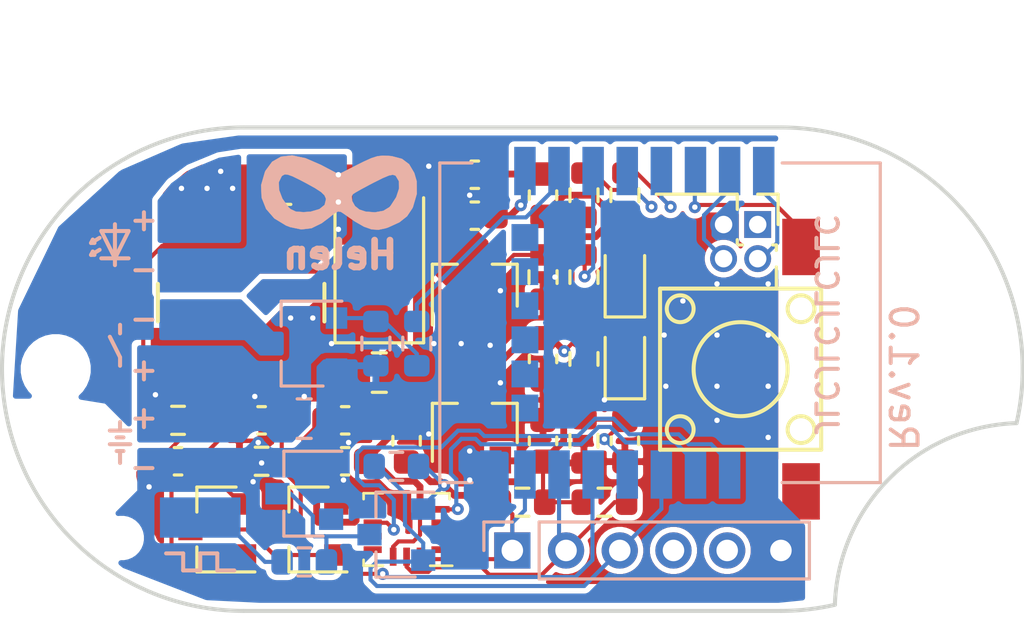
<source format=kicad_pcb>
(kicad_pcb (version 20171130) (host pcbnew 5.1.12-84ad8e8a86~92~ubuntu20.04.1)
  (layers (0 F.Cu signal) (1 In1.Cu power hide) (2 In2.Cu power hide) (31 B.Cu signal) (34 B.Paste user) (35 F.Paste user) (36 B.SilkS user) (37 F.SilkS user) (38 B.Mask user hide) (39 F.Mask user) (44 Edge.Cuts user))
  (net 0 "")
  (net 1 GND)
  (net 2 VCC)
  (net 3 "Net-(D4-Pad2)")
  (net 4 /COM)
  (net 5 /SCL)
  (net 6 /SDA)
  (net 7 "Net-(Q3-Pad1)")
  (net 8 "Net-(U2-Pad11)")
  (net 9 "Net-(U2-Pad10)")
  (net 10 /LED_CURR)
  (net 11 /BMI_INT2)
  (net 12 /BMI_INT1)
  (net 13 /VIN_VOLT)
  (net 14 /STATUS_RED)
  (net 15 /STATUS_BLUE)
  (net 16 /LED_PWM)
  (net 17 /AUX_PWM)
  (net 18 /BUTTON)
  (net 19 "Net-(C1-Pad2)")
  (net 20 "Net-(C2-Pad1)")
  (net 21 "Net-(C3-Pad2)")
  (net 22 "Net-(C3-Pad1)")
  (net 23 "Net-(C6-Pad1)")
  (net 24 "Net-(D3-Pad2)")
  (net 25 "Net-(D5-Pad1)")
  (net 26 "Net-(J6-Pad1)")
  (net 27 "Net-(J7-Pad1)")
  (net 28 "Net-(Q1-Pad1)")
  (net 29 "Net-(U1-Pad11)")
  (net 30 "Net-(U1-Pad10)")
  (net 31 "Net-(U1-Pad3)")
  (net 32 "Net-(U1-Pad2)")
  (net 33 "Net-(U1-Pad1)")
  (net 34 "Net-(U2-Pad15)")
  (net 35 "Net-(U2-Pad14)")
  (net 36 "Net-(U2-Pad13)")
  (net 37 "Net-(U2-Pad12)")
  (net 38 "Net-(D2-Pad3)")
  (net 39 +3V0)
  (net 40 "Net-(J9-Pad4)")
  (net 41 "Net-(J9-Pad2)")
  (module "drv:4(10)pin_ARM_SWD" (layer F.Cu) (at 59.135 144.615 270)
    (fp_text reference J9 hide)
    (fp_text value "4(10)pin_ARM")
    (pad 1 thru_hole rect (at 0 0 270) (size 1 1) (drill 0.65) (layers *.Cu *.Mask) (net 20 "Net-(C2-Pad1)"))
    (pad 2 thru_hole oval (at 1.27 0 270) (size 1 1) (drill 0.65) (layers *.Cu *.Mask) (net 41 "Net-(J9-Pad2)"))
    (pad 3 thru_hole oval (at 0 1.27 270) (size 1 1) (drill 0.65) (layers *.Cu *.Mask) (net 1 GND))
    (pad 4 thru_hole oval (at 1.27 1.27 270) (size 1 1) (drill 0.65) (layers *.Cu *.Mask) (net 40 "Net-(J9-Pad4)"))
  )
  (module drv:R_0603_1608Metric (layer B.Cu) (at 46.444 149.0475 90)
    (fp_text reference R13 hide)
    (fp_text value 10)
    (pad 2 smd roundrect (at 0.825 0 90) (size 0.8 0.95) (layers B.Cu B.Paste B.Mask) (net 17 /AUX_PWM))
    (pad 1 smd roundrect (at -0.825 0 90) (size 0.8 0.95) (layers B.Cu B.Paste B.Mask) (net 7 "Net-(Q3-Pad1)"))
  )
  (module drv:R_0603_1608Metric (layer F.Cu) (at 53.429 154.953)
    (fp_text reference R2 hide)
    (fp_text value 4k7)
    (pad 2 smd roundrect (at 0.825 0) (size 0.8 0.95) (layers F.Cu F.Paste F.Mask) (net 5 /SCL))
    (pad 1 smd roundrect (at -0.825 0) (size 0.8 0.95) (layers F.Cu F.Paste F.Mask) (net 39 +3V0))
  )
  (module drv:R_0603_1608Metric (layer B.Cu) (at 44.92 149.0475 90)
    (fp_text reference R14 hide)
    (fp_text value 47k)
    (pad 2 smd roundrect (at 0.825 0 90) (size 0.8 0.95) (layers B.Cu B.Paste B.Mask) (net 7 "Net-(Q3-Pad1)"))
    (pad 1 smd roundrect (at -0.825 0 90) (size 0.8 0.95) (layers B.Cu B.Paste B.Mask) (net 1 GND))
  )
  (module drv:R_0603_1608Metric (layer F.Cu) (at 52.667 152.667 270)
    (fp_text reference R10 hide)
    (fp_text value 47k)
    (pad 2 smd roundrect (at 0.825 0 270) (size 0.8 0.95) (layers F.Cu F.Paste F.Mask) (net 1 GND))
    (pad 1 smd roundrect (at -0.825 0 270) (size 0.8 0.95) (layers F.Cu F.Paste F.Mask) (net 13 /VIN_VOLT))
  )
  (module drv:R_0603_1608Metric (layer F.Cu) (at 40.6655 153.429)
    (fp_text reference R6 hide)
    (fp_text value 820)
    (pad 2 smd roundrect (at 0.825 0) (size 0.8 0.95) (layers F.Cu F.Paste F.Mask) (net 10 /LED_CURR))
    (pad 1 smd roundrect (at -0.825 0) (size 0.8 0.95) (layers F.Cu F.Paste F.Mask) (net 1 GND))
  )
  (module drv:R_0603_1608Metric (layer F.Cu) (at 51.143 146.571 90)
    (fp_text reference R5 hide)
    (fp_text value 47k)
    (pad 2 smd roundrect (at 0.825 0 90) (size 0.8 0.95) (layers F.Cu F.Paste F.Mask) (net 28 "Net-(Q1-Pad1)"))
    (pad 1 smd roundrect (at -0.825 0 90) (size 0.8 0.95) (layers F.Cu F.Paste F.Mask) (net 1 GND))
  )
  (module drv:R_0603_1608Metric (layer F.Cu) (at 52.667 143.523 90)
    (fp_text reference R4 hide)
    (fp_text value 10)
    (pad 2 smd roundrect (at 0.825 0 90) (size 0.8 0.95) (layers F.Cu F.Paste F.Mask) (net 16 /LED_PWM))
    (pad 1 smd roundrect (at -0.825 0 90) (size 0.8 0.95) (layers F.Cu F.Paste F.Mask) (net 28 "Net-(Q1-Pad1)"))
  )
  (module drv:R_0603_1608Metric (layer F.Cu) (at 52.667 149.619 270)
    (fp_text reference R9 hide)
    (fp_text value 1M)
    (pad 2 smd roundrect (at 0.825 0 270) (size 0.8 0.95) (layers F.Cu F.Paste F.Mask) (net 13 /VIN_VOLT))
    (pad 1 smd roundrect (at -0.825 0 270) (size 0.8 0.95) (layers F.Cu F.Paste F.Mask) (net 2 VCC))
  )
  (module drv:R_0603_1608Metric (layer F.Cu) (at 54.191 143.523 270)
    (fp_text reference R7 hide)
    (fp_text value 120)
    (pad 2 smd roundrect (at 0.825 0 270) (size 0.8 0.95) (layers F.Cu F.Paste F.Mask) (net 24 "Net-(D3-Pad2)"))
    (pad 1 smd roundrect (at -0.825 0 270) (size 0.8 0.95) (layers F.Cu F.Paste F.Mask) (net 15 /STATUS_BLUE))
  )
  (module drv:R_0603_1608Metric (layer F.Cu) (at 52.667 146.571 270)
    (fp_text reference R8 hide)
    (fp_text value 820)
    (pad 2 smd roundrect (at 0.825 0 270) (size 0.8 0.95) (layers F.Cu F.Paste F.Mask) (net 3 "Net-(D4-Pad2)"))
    (pad 1 smd roundrect (at -0.825 0 270) (size 0.8 0.95) (layers F.Cu F.Paste F.Mask) (net 14 /STATUS_RED))
  )
  (module drv:R_0603_1608Metric (layer F.Cu) (at 37.554 151.905 180)
    (fp_text reference R1 hide)
    (fp_text value 1k5)
    (pad 2 smd roundrect (at 0.825 0 180) (size 0.8 0.95) (layers F.Cu F.Paste F.Mask) (net 22 "Net-(C3-Pad1)"))
    (pad 1 smd roundrect (at -0.825 0 180) (size 0.8 0.95) (layers F.Cu F.Paste F.Mask) (net 19 "Net-(C1-Pad2)"))
  )
  (module drv:R_0603_1608Metric (layer B.Cu) (at 42.253 157.1755 180)
    (fp_text reference R12 hide)
    (fp_text value 10)
    (pad 2 smd roundrect (at 0.825 0 180) (size 0.8 0.95) (layers B.Cu B.Paste B.Mask) (net 27 "Net-(J7-Pad1)"))
    (pad 1 smd roundrect (at -0.825 0 180) (size 0.8 0.95) (layers B.Cu B.Paste B.Mask) (net 25 "Net-(D5-Pad1)"))
  )
  (module drv:R_0603_1608Metric (layer B.Cu) (at 45.682 153.6195)
    (fp_text reference R11 hide)
    (fp_text value 4k7)
    (pad 2 smd roundrect (at 0.825 0) (size 0.8 0.95) (layers B.Cu B.Paste B.Mask) (net 39 +3V0))
    (pad 1 smd roundrect (at -0.825 0) (size 0.8 0.95) (layers B.Cu B.Paste B.Mask) (net 4 /COM))
  )
  (module drv:R_0603_1608Metric (layer F.Cu) (at 50.381 154.953 180)
    (fp_text reference R3 hide)
    (fp_text value 4k7)
    (pad 2 smd roundrect (at 0.825 0 180) (size 0.8 0.95) (layers F.Cu F.Paste F.Mask) (net 6 /SDA))
    (pad 1 smd roundrect (at -0.825 0 180) (size 0.8 0.95) (layers F.Cu F.Paste F.Mask) (net 39 +3V0))
  )
  (module drv:LED_0603_1608Metric (layer F.Cu) (at 54.191 146.571 90)
    (fp_text reference D3 hide)
    (fp_text value LED_BLUE)
    (pad 2 smd roundrect (at 0.7875 0 90) (size 0.875 0.95) (layers F.Cu F.Paste F.Mask) (net 24 "Net-(D3-Pad2)"))
    (pad 1 smd roundrect (at -0.7875 0 90) (size 0.875 0.95) (layers F.Cu F.Paste F.Mask) (net 1 GND))
  )
  (module drv:LED_0603_1608Metric (layer F.Cu) (at 54.191 149.619 90)
    (fp_text reference D4 hide)
    (fp_text value LED_RED)
    (pad 2 smd roundrect (at 0.7875 0 90) (size 0.875 0.95) (layers F.Cu F.Paste F.Mask) (net 3 "Net-(D4-Pad2)"))
    (pad 1 smd roundrect (at -0.7875 0 90) (size 0.875 0.95) (layers F.Cu F.Paste F.Mask) (net 1 GND))
  )
  (module drv:C_0603_1608Metric (layer F.Cu) (at 48.603 142.761 180)
    (fp_text reference C2 hide)
    (fp_text value 4µ7/16V)
    (pad 2 smd roundrect (at 0.775 0 180) (size 0.9 0.95) (layers F.Cu F.Paste F.Mask) (net 1 GND))
    (pad 1 smd roundrect (at -0.775 0 180) (size 0.9 0.95) (layers F.Cu F.Paste F.Mask) (net 20 "Net-(C2-Pad1)"))
  )
  (module drv:C_0603_1608Metric (layer F.Cu) (at 43.777 151.905)
    (fp_text reference C6 hide)
    (fp_text value 100n)
    (pad 2 smd roundrect (at 0.775 0) (size 0.9 0.95) (layers F.Cu F.Paste F.Mask) (net 1 GND))
    (pad 1 smd roundrect (at -0.775 0) (size 0.9 0.95) (layers F.Cu F.Paste F.Mask) (net 23 "Net-(C6-Pad1)"))
  )
  (module drv:C_0603_1608Metric (layer F.Cu) (at 54.191 152.667 270)
    (fp_text reference C11 hide)
    (fp_text value 100n)
    (pad 2 smd roundrect (at 0.775 0 270) (size 0.9 0.95) (layers F.Cu F.Paste F.Mask) (net 1 GND))
    (pad 1 smd roundrect (at -0.775 0 270) (size 0.9 0.95) (layers F.Cu F.Paste F.Mask) (net 13 /VIN_VOLT))
  )
  (module drv:C_0603_1608Metric (layer F.Cu) (at 40.6655 151.905 180)
    (fp_text reference C8 hide)
    (fp_text value 100n)
    (pad 2 smd roundrect (at 0.775 0 180) (size 0.9 0.95) (layers F.Cu F.Paste F.Mask) (net 1 GND))
    (pad 1 smd roundrect (at -0.775 0 180) (size 0.9 0.95) (layers F.Cu F.Paste F.Mask) (net 10 /LED_CURR))
  )
  (module drv:C_0603_1608Metric (layer F.Cu) (at 37.554 153.429 180)
    (fp_text reference C1 hide)
    (fp_text value 100n)
    (pad 2 smd roundrect (at 0.775 0 180) (size 0.9 0.95) (layers F.Cu F.Paste F.Mask) (net 19 "Net-(C1-Pad2)"))
    (pad 1 smd roundrect (at -0.775 0 180) (size 0.9 0.95) (layers F.Cu F.Paste F.Mask) (net 2 VCC))
  )
  (module drv:C_0603_1608Metric (layer F.Cu) (at 48.603 144.285 180)
    (fp_text reference C4 hide)
    (fp_text value 100n)
    (pad 2 smd roundrect (at 0.775 0 180) (size 0.9 0.95) (layers F.Cu F.Paste F.Mask) (net 1 GND))
    (pad 1 smd roundrect (at -0.775 0 180) (size 0.9 0.95) (layers F.Cu F.Paste F.Mask) (net 20 "Net-(C2-Pad1)"))
  )
  (module drv:C_0603_1608Metric (layer F.Cu) (at 43.777 153.429 180)
    (fp_text reference C7 hide)
    (fp_text value 100n)
    (pad 2 smd roundrect (at 0.775 0 180) (size 0.9 0.95) (layers F.Cu F.Paste F.Mask) (net 1 GND))
    (pad 1 smd roundrect (at -0.775 0 180) (size 0.9 0.95) (layers F.Cu F.Paste F.Mask) (net 23 "Net-(C6-Pad1)"))
  )
  (module drv:C_0603_1608Metric (layer F.Cu) (at 51.143 152.667 90)
    (fp_text reference C10 hide)
    (fp_text value 4µ7/16V)
    (pad 2 smd roundrect (at 0.775 0 90) (size 0.9 0.95) (layers F.Cu F.Paste F.Mask) (net 1 GND))
    (pad 1 smd roundrect (at -0.775 0 90) (size 0.9 0.95) (layers F.Cu F.Paste F.Mask) (net 39 +3V0))
  )
  (module drv:C_0603_1608Metric (layer F.Cu) (at 51.143 149.619 270)
    (fp_text reference C9 hide)
    (fp_text value 4µ7/16V)
    (pad 2 smd roundrect (at 0.775 0 270) (size 0.9 0.95) (layers F.Cu F.Paste F.Mask) (net 1 GND))
    (pad 1 smd roundrect (at -0.775 0 270) (size 0.9 0.95) (layers F.Cu F.Paste F.Mask) (net 2 VCC))
  )
  (module drv:ToolingHole (layer F.Cu) (at 35.4585 156.2865)
    (fp_text reference REF** hide)
    (fp_text value ToolingHole hide)
    (pad "" np_thru_hole circle (at 0 0) (size 1.152 1.152) (drill 1.152) (layers *.Cu *.Mask) (clearance 0.249))
  )
  (module drv:ToolingHole (layer F.Cu) (at 64.5415 143.7135)
    (fp_text reference REF** hide)
    (fp_text value ToolingHole hide)
    (pad "" np_thru_hole circle (at 0 0) (size 1.152 1.152) (drill 1.152) (layers *.Cu *.Mask) (clearance 0.249))
  )
  (module drv:SWPA6045S (layer F.Cu) (at 39.9035 147.5235 90)
    (fp_text reference L1 hide)
    (fp_text value 3µ-18)
    (pad 1 smd rect (at -2.25 0 90) (size 1.7 5.7) (layers F.Cu F.Paste F.Mask) (net 2 VCC))
    (pad 2 smd rect (at 2.25 0 90) (size 1.7 5.7) (layers F.Cu F.Paste F.Mask) (net 22 "Net-(C3-Pad1)"))
  )
  (module rt_modules:E104-BT5032A (layer B.Cu) (at 55.499 148.2725 90)
    (fp_text reference U2 hide)
    (fp_text value E104-BT5032A)
    (pad 15 smd rect (at 3.175 -5.03) (size 1 1) (layers B.Cu B.Paste B.Mask) (net 34 "Net-(U2-Pad15)"))
    (pad 14 smd rect (at 1.905 -5.03) (size 1 1) (layers B.Cu B.Paste B.Mask) (net 35 "Net-(U2-Pad14)"))
    (pad 13 smd rect (at 0.635 -5.03) (size 1 1) (layers B.Cu B.Paste B.Mask) (net 36 "Net-(U2-Pad13)"))
    (pad 12 smd rect (at -0.635 -5.03) (size 1 1) (layers B.Cu B.Paste B.Mask) (net 37 "Net-(U2-Pad12)"))
    (pad 11 smd rect (at -1.905 -5.03) (size 1 1) (layers B.Cu B.Paste B.Mask) (net 8 "Net-(U2-Pad11)"))
    (pad 10 smd rect (at -3.175 -5.03) (size 1 1) (layers B.Cu B.Paste B.Mask) (net 9 "Net-(U2-Pad10)"))
    (pad 24 smd rect (at 5.65 3.86) (size 0.8 1.8) (layers B.Cu B.Paste B.Mask) (net 41 "Net-(J9-Pad2)"))
    (pad 23 smd rect (at 5.65 2.59) (size 0.8 1.8) (layers B.Cu B.Paste B.Mask) (net 40 "Net-(J9-Pad4)"))
    (pad 22 smd rect (at 5.65 1.32) (size 0.8 1.8) (layers B.Cu B.Paste B.Mask) (net 18 /BUTTON))
    (pad 21 smd rect (at 5.65 0.05) (size 0.8 1.8) (layers B.Cu B.Paste B.Mask) (net 15 /STATUS_BLUE))
    (pad 20 smd rect (at 5.65 -1.22) (size 0.8 1.8) (layers B.Cu B.Paste B.Mask) (net 16 /LED_PWM))
    (pad 19 smd rect (at 5.65 -2.49) (size 0.8 1.8) (layers B.Cu B.Paste B.Mask) (net 14 /STATUS_RED))
    (pad 18 smd rect (at 5.65 -3.76) (size 0.8 1.8) (layers B.Cu B.Paste B.Mask) (net 17 /AUX_PWM))
    (pad 17 smd rect (at 5.65 -5.03) (size 0.8 1.8) (layers B.Cu B.Paste B.Mask) (net 20 "Net-(C2-Pad1)"))
    (pad 16 smd rect (at 5.65 -6.3) (size 0.8 1.8) (layers B.Cu B.Paste B.Mask) (net 1 GND))
    (pad 9 smd rect (at -5.65 -6.3) (size 0.8 1.8) (layers B.Cu B.Paste B.Mask) (net 1 GND))
    (pad 8 smd rect (at -5.65 -5.03) (size 0.8 1.8) (layers B.Cu B.Paste B.Mask) (net 6 /SDA))
    (pad 7 smd rect (at -5.65 -3.76) (size 0.8 1.8) (layers B.Cu B.Paste B.Mask) (net 5 /SCL))
    (pad 6 smd rect (at -5.65 -2.49) (size 0.8 1.8) (layers B.Cu B.Paste B.Mask) (net 10 /LED_CURR))
    (pad 5 smd rect (at -5.65 -1.22) (size 0.8 1.8) (layers B.Cu B.Paste B.Mask) (net 13 /VIN_VOLT))
    (pad 4 smd rect (at -5.65 0.05) (size 0.8 1.8) (layers B.Cu B.Paste B.Mask) (net 4 /COM))
    (pad 3 smd rect (at -5.65 1.32) (size 0.8 1.8) (layers B.Cu B.Paste B.Mask) (net 12 /BMI_INT1))
    (pad 2 smd rect (at -5.65 2.59) (size 0.8 1.8) (layers B.Cu B.Paste B.Mask) (net 11 /BMI_INT2))
    (pad 1 smd rect (at -5.65 3.86) (size 0.8 1.8) (layers B.Cu B.Paste B.Mask) (net 1 GND))
  )
  (module Package_TO_SOT_SMD:SOT-23 (layer F.Cu) (at 42.4435 155.969 180)
    (fp_text reference D2 hide)
    (fp_text value BAV99)
    (pad 3 smd rect (at 1 0 180) (size 0.9 0.8) (layers F.Cu F.Paste F.Mask) (net 38 "Net-(D2-Pad3)"))
    (pad 2 smd rect (at -1 0.95 180) (size 0.9 0.8) (layers F.Cu F.Paste F.Mask) (net 1 GND))
    (pad 1 smd rect (at -1 -0.95 180) (size 0.9 0.8) (layers F.Cu F.Paste F.Mask) (net 10 /LED_CURR))
  )
  (module drv:SOT-23_MCP1703 (layer F.Cu) (at 48.603 152.032 90)
    (fp_text reference U4 hide)
    (fp_text value SE8530X2-HF)
    (pad 3 smd rect (at 1.35 0 90) (size 1 0.8) (layers F.Cu F.Paste F.Mask) (net 2 VCC))
    (pad 2 smd rect (at -1.35 0.95 90) (size 1 0.8) (layers F.Cu F.Paste F.Mask) (net 39 +3V0))
    (pad 1 smd rect (at -1.35 -0.95 90) (size 1 0.8) (layers F.Cu F.Paste F.Mask) (net 1 GND))
  )
  (module drv:SOT-23_AO3400A (layer F.Cu) (at 48.603 146.952 90)
    (fp_text reference Q1 hide)
    (fp_text value AO3400A)
    (pad 3 smd rect (at 1.2 0 90) (size 0.9 0.8) (layers F.Cu F.Paste F.Mask) (net 21 "Net-(C3-Pad2)"))
    (pad 2 smd rect (at -1.2 0.95 90) (size 0.9 0.8) (layers F.Cu F.Paste F.Mask) (net 1 GND))
    (pad 1 smd rect (at -1.2 -0.95 90) (size 0.9 0.8) (layers F.Cu F.Paste F.Mask) (net 28 "Net-(Q1-Pad1)"))
  )
  (module drv:logo (layer B.Cu) (at 43.5865 143.396 180)
    (fp_text reference G*** hide)
    (fp_text value LOGO hide)
  )
  (module rt_button:JTP-1138EM (layer F.Cu) (at 58.5 150 270)
    (fp_text reference SW1 hide)
    (fp_text value SW_Push)
    (pad 2 smd rect (at -4.55 -2.25 270) (size 2.1 1.4) (layers F.Cu F.Paste F.Mask) (net 18 /BUTTON))
    (pad "" smd rect (at 4.55 -2.25 270) (size 2.1 1.4) (layers F.Cu F.Paste F.Mask))
    (pad 1 smd rect (at 4.55 2.25 270) (size 2.1 1.4) (layers F.Cu F.Paste F.Mask) (net 1 GND))
    (pad 1 smd rect (at -4.55 2.25 270) (size 2.1 1.4) (layers F.Cu F.Paste F.Mask) (net 1 GND))
  )
  (module Diode_SMD:D_SOT-23_ANK (layer B.Cu) (at 42.253 154.6355 180)
    (fp_text reference D5 hide)
    (fp_text value 5v6)
    (pad 1 smd rect (at 1 0 180) (size 0.9 0.8) (layers B.Cu B.Paste B.Mask) (net 25 "Net-(D5-Pad1)"))
    (pad "" smd rect (at -1 -0.95 180) (size 0.9 0.8) (layers B.Cu B.Paste B.Mask))
    (pad 2 smd rect (at -1 0.95 180) (size 0.9 0.8) (layers B.Cu B.Paste B.Mask) (net 1 GND))
  )
  (module Package_TO_SOT_SMD:SOT-23 (layer B.Cu) (at 45.682 156.1595 180)
    (fp_text reference Q2 hide)
    (fp_text value 2N7002)
    (pad 3 smd rect (at 1 0 180) (size 0.9 0.8) (layers B.Cu B.Paste B.Mask) (net 25 "Net-(D5-Pad1)"))
    (pad 2 smd rect (at -1 -0.95 180) (size 0.9 0.8) (layers B.Cu B.Paste B.Mask) (net 4 /COM))
    (pad 1 smd rect (at -1 0.95 180) (size 0.9 0.8) (layers B.Cu B.Paste B.Mask) (net 39 +3V0))
  )
  (module Inductor_SMD:L_0603_1608Metric (layer F.Cu) (at 46.063 152.667 90)
    (fp_text reference FB2 hide)
    (fp_text value Ferrite_Bead_Small)
    (pad 2 smd roundrect (at 0.7875 0 90) (size 0.875 0.95) (layers F.Cu F.Paste F.Mask) (net 23 "Net-(C6-Pad1)"))
    (pad 1 smd roundrect (at -0.7875 0 90) (size 0.875 0.95) (layers F.Cu F.Paste F.Mask) (net 39 +3V0))
  )
  (module drv:SOT-23_AO3400A (layer B.Cu) (at 42.253 149.0475 180)
    (fp_text reference Q3 hide)
    (fp_text value AO3400A)
    (pad 3 smd rect (at 1.2 0 180) (size 0.8 0.8) (layers B.Cu B.Paste B.Mask) (net 26 "Net-(J6-Pad1)"))
    (pad 2 smd rect (at -1.2 -0.95 180) (size 0.8 0.8) (layers B.Cu B.Paste B.Mask) (net 1 GND))
    (pad 1 smd rect (at -1.2 0.95 180) (size 0.8 0.8) (layers B.Cu B.Paste B.Mask) (net 7 "Net-(Q3-Pad1)"))
  )
  (module rt_pins:1,5x3mm_SMD (layer B.Cu) (at 38.3795 148.1585 90)
    (fp_text reference J6 hide)
    (fp_text value Conn_01x01)
    (pad 1 smd rect (at 0 0 90) (size 1.5 3) (layers B.Cu B.Paste B.Mask) (net 26 "Net-(J6-Pad1)"))
  )
  (module rt_pins:1,5x3mm_SMD (layer B.Cu) (at 38.3795 150 90)
    (fp_text reference J4 hide)
    (fp_text value Conn_01x01)
    (pad 1 smd rect (at 0 0 90) (size 1.5 3) (layers B.Cu B.Paste B.Mask) (net 2 VCC))
  )
  (module Capacitor_SMD:C_0805_2012Metric (layer B.Cu) (at 42.2505 151.8415)
    (fp_text reference C12 hide)
    (fp_text value 10u/25V)
    (pad 2 smd roundrect (at 0.95 0) (size 1 1.45) (layers B.Cu B.Paste B.Mask) (net 1 GND))
    (pad 1 smd roundrect (at -0.95 0) (size 1 1.45) (layers B.Cu B.Paste B.Mask) (net 2 VCC))
  )
  (module rt_pins:1,5x3mm_SMD (layer B.Cu) (at 38.3795 146.317 90)
    (fp_text reference J2 hide)
    (fp_text value Conn_01x01)
    (pad 1 smd rect (at 0 0 90) (size 1.5 3) (layers B.Cu B.Paste B.Mask) (net 21 "Net-(C3-Pad2)"))
  )
  (module rt_pins:1,5x3mm_SMD (layer B.Cu) (at 38.3795 144.4755 90)
    (fp_text reference J1 hide)
    (fp_text value Conn_01x01)
    (pad 1 smd rect (at 0 0 90) (size 1.5 3) (layers B.Cu B.Paste B.Mask) (net 22 "Net-(C3-Pad1)"))
  )
  (module Connector_PinHeader_2.00mm:PinHeader_1x06_P2.00mm_Vertical (layer B.Cu) (at 50 156.75 270)
    (fp_text reference J3 hide)
    (fp_text value Conn_01x06 hide)
    (pad 6 thru_hole oval (at 0 -10 270) (size 1.35 1.35) (drill 0.8) (layers *.Cu *.Mask) (net 1 GND))
    (pad 5 thru_hole oval (at 0 -8 270) (size 1.35 1.35) (drill 0.8) (layers *.Cu *.Mask) (net 2 VCC))
    (pad 4 thru_hole oval (at 0 -6 270) (size 1.35 1.35) (drill 0.8) (layers *.Cu *.Mask) (net 39 +3V0))
    (pad 3 thru_hole oval (at 0 -4 270) (size 1.35 1.35) (drill 0.8) (layers *.Cu *.Mask) (net 4 /COM))
    (pad 2 thru_hole oval (at 0 -2 270) (size 1.35 1.35) (drill 0.8) (layers *.Cu *.Mask) (net 5 /SCL))
    (pad 1 thru_hole rect (at 0 0 270) (size 1.35 1.35) (drill 0.8) (layers *.Cu *.Mask) (net 6 /SDA))
  )
  (module Package_TO_SOT_SMD:SOT-23 (layer F.Cu) (at 39.0145 155.969 180)
    (fp_text reference U3 hide)
    (fp_text value ZXCT1009F)
    (pad 3 smd rect (at 1 0 180) (size 0.9 0.8) (layers F.Cu F.Paste F.Mask) (net 10 /LED_CURR))
    (pad 2 smd rect (at -1 0.95 180) (size 0.9 0.8) (layers F.Cu F.Paste F.Mask) (net 2 VCC))
    (pad 1 smd rect (at -1 -0.95 180) (size 0.9 0.8) (layers F.Cu F.Paste F.Mask) (net 19 "Net-(C1-Pad2)"))
  )
  (module Package_LGA:Bosch_LGA-14_3x2.5mm_P0.5mm (layer F.Cu) (at 46.063 155.969 180)
    (fp_text reference U1 hide)
    (fp_text value BMI160)
    (pad 11 smd rect (at 1.2625 -0.75 180) (size 0.675 0.25) (layers F.Cu F.Paste F.Mask) (net 29 "Net-(U1-Pad11)"))
    (pad 10 smd rect (at 1.2625 -0.25 180) (size 0.675 0.25) (layers F.Cu F.Paste F.Mask) (net 30 "Net-(U1-Pad10)"))
    (pad 9 smd rect (at 1.2625 0.25 180) (size 0.675 0.25) (layers F.Cu F.Paste F.Mask) (net 11 /BMI_INT2))
    (pad 8 smd rect (at 1.2625 0.75 180) (size 0.675 0.25) (layers F.Cu F.Paste F.Mask) (net 23 "Net-(C6-Pad1)"))
    (pad 4 smd rect (at -1.2625 0.75 180) (size 0.675 0.25) (layers F.Cu F.Paste F.Mask) (net 12 /BMI_INT1))
    (pad 3 smd rect (at -1.2625 0.25 180) (size 0.675 0.25) (layers F.Cu F.Paste F.Mask) (net 31 "Net-(U1-Pad3)"))
    (pad 2 smd rect (at -1.2625 -0.25 180) (size 0.675 0.25) (layers F.Cu F.Paste F.Mask) (net 32 "Net-(U1-Pad2)"))
    (pad 1 smd rect (at -1.2625 -0.75 180) (size 0.675 0.25) (layers F.Cu F.Paste F.Mask) (net 33 "Net-(U1-Pad1)"))
    (pad 7 smd rect (at 0.5 1.0125 180) (size 0.25 0.675) (layers F.Cu F.Paste F.Mask) (net 1 GND))
    (pad 6 smd rect (at 0 1.0125 180) (size 0.25 0.675) (layers F.Cu F.Paste F.Mask) (net 1 GND))
    (pad 5 smd rect (at -0.5 1.0125 180) (size 0.25 0.675) (layers F.Cu F.Paste F.Mask) (net 23 "Net-(C6-Pad1)"))
    (pad 12 smd rect (at 0.5 -1.0125 180) (size 0.25 0.675) (layers F.Cu F.Paste F.Mask) (net 23 "Net-(C6-Pad1)"))
    (pad 14 smd rect (at -0.5 -1.0125 180) (size 0.25 0.675) (layers F.Cu F.Paste F.Mask) (net 6 /SDA))
    (pad 13 smd rect (at 0 -1.0125 180) (size 0.25 0.675) (layers F.Cu F.Paste F.Mask) (net 5 /SCL))
  )
  (module rt_pins:1,5x3mm_SMD (layer B.Cu) (at 38.3795 153.683 90)
    (fp_text reference J8 hide)
    (fp_text value Conn_01x01)
    (pad 1 smd rect (at 0 0 90) (size 1.5 3) (layers B.Cu B.Paste B.Mask) (net 1 GND))
  )
  (module rt_pins:1,5x3mm_SMD (layer B.Cu) (at 38.3795 155.5245 90)
    (fp_text reference J7 hide)
    (fp_text value Conn_01x01)
    (pad 1 smd rect (at 0 0 90) (size 1.5 3) (layers B.Cu B.Paste B.Mask) (net 27 "Net-(J7-Pad1)"))
  )
  (module rt_pins:1,5x3mm_SMD (layer B.Cu) (at 38.3795 151.8415 90)
    (fp_text reference J5 hide)
    (fp_text value Conn_01x01)
    (pad 1 smd rect (at 0 0 90) (size 1.5 3) (layers B.Cu B.Paste B.Mask) (net 2 VCC))
  )
  (module Inductor_SMD:L_0603_1608Metric (layer F.Cu) (at 51.143 143.523 90)
    (fp_text reference FB1 hide)
    (fp_text value Ferrite_Bead_Small)
    (pad 2 smd roundrect (at 0.7875 0 90) (size 0.875 0.95) (layers F.Cu F.Paste F.Mask) (net 20 "Net-(C2-Pad1)"))
    (pad 1 smd roundrect (at -0.7875 0 90) (size 0.875 0.95) (layers F.Cu F.Paste F.Mask) (net 39 +3V0))
  )
  (module Diode_SMD:D_SMA (layer F.Cu) (at 45.047 145.6185 90)
    (fp_text reference D1 hide)
    (fp_text value SS34)
    (pad 2 smd rect (at 2 0 90) (size 2.5 1.8) (layers F.Cu F.Paste F.Mask) (net 21 "Net-(C3-Pad2)"))
    (pad 1 smd rect (at -2 0 90) (size 2.5 1.8) (layers F.Cu F.Paste F.Mask) (net 2 VCC))
  )
  (module Capacitor_SMD:C_0805_2012Metric (layer F.Cu) (at 41.491 143.129)
    (fp_text reference C3 hide)
    (fp_text value 10u/25V)
    (pad 2 smd roundrect (at 0.95 0) (size 1 1.45) (layers F.Cu F.Paste F.Mask) (net 21 "Net-(C3-Pad2)"))
    (pad 1 smd roundrect (at -0.95 0) (size 1 1.45) (layers F.Cu F.Paste F.Mask) (net 22 "Net-(C3-Pad1)"))
  )
  (module Capacitor_SMD:C_0805_2012Metric (layer F.Cu) (at 45.047 150.127)
    (fp_text reference C5 hide)
    (fp_text value 10u/25V)
    (pad 2 smd roundrect (at 0.95 0) (size 1 1.45) (layers F.Cu F.Paste F.Mask) (net 1 GND))
    (pad 1 smd roundrect (at -0.95 0) (size 1 1.45) (layers F.Cu F.Paste F.Mask) (net 2 VCC))
  )
  (module Mounting_Holes:MountingHole_2.2mm_M2 (layer B.Cu) (at 66.25 146.5)
    (fp_text reference REF** hide)
    (fp_text value MountingHole_2.2mm_M2 hide)
    (pad "" np_thru_hole circle (at 0 0) (size 2.2 2.2) (drill 2.2) (layers *.Cu *.Mask))
  )
  (module Mounting_Holes:MountingHole_2.2mm_M2 (layer F.Cu) (at 33 150)
    (fp_text reference REF** hide)
    (fp_text value MountingHole_2.2mm_M2 hide)
    (pad "" np_thru_hole circle (at 0 0) (size 2.2 2.2) (drill 2.2) (layers *.Cu *.Mask))
  )
  (module Mounting_Holes:MountingHole_2.2mm_M2 (layer B.Cu) (at 33.75 153.5)
    (fp_text reference REF** hide)
    (fp_text value MountingHole_2.2mm_M2 hide)
    (pad "" np_thru_hole circle (at 0 0) (size 2.2 2.2) (drill 2.2) (layers *.Cu *.Mask))
  )
  (module Mounting_Holes:MountingHole_2.2mm_M2 (layer F.Cu) (at 67 150)
    (fp_text reference REF** hide)
    (fp_text value MountingHole_2.2mm_M2 hide)
    (pad "" np_thru_hole circle (at 0 0) (size 2.2 2.2) (drill 2.2) (layers *.Cu *.Mask))
  )
  (gr_text JLCJLCJLCJLC (at 61.684 148.349 270) (layer B.SilkS) (effects (font (size 0.8 0.8)) (justify mirror)))
  (gr_text Rev.1.0 (at 64.5415 150.3175 270) (layer B.SilkS) (effects (font (size 1 1)) (justify mirror)))
  (gr_text Helen (at 43.5865 145.7455) (layer B.SilkS) (effects (font (size 1 1) (thickness 0.25)) (justify mirror)))
  (gr_line (start 38.3795 156.858) (end 38.3795 157.493) (layer B.SilkS) (width 0.15))
  (gr_line (start 39.0145 156.858) (end 39.0145 157.493) (layer B.SilkS) (width 0.15))
  (gr_line (start 38.3795 157.493) (end 37.7445 157.493) (layer B.SilkS) (width 0.15))
  (gr_line (start 39.6495 157.493) (end 39.0145 157.493) (layer B.SilkS) (width 0.15))
  (gr_line (start 37.7445 156.858) (end 37.7445 157.493) (layer B.SilkS) (width 0.15))
  (gr_line (start 39.0145 156.858) (end 38.3795 156.858) (layer B.SilkS) (width 0.15))
  (gr_line (start 37.7445 156.858) (end 37.1095 156.858) (layer B.SilkS) (width 0.15))
  (gr_line (start 35.395 153.4925) (end 35.395 153.175) (layer B.SilkS) (width 0.15))
  (gr_line (start 35.395 153.175) (end 35.395 153.048) (layer B.SilkS) (width 0.15))
  (gr_line (start 36.6015 151.8415) (end 35.9665 151.8415) (layer B.SilkS) (width 0.15))
  (gr_line (start 35.395 151.9685) (end 35.395 152.286) (layer B.SilkS) (width 0.15))
  (gr_line (start 35.522 152.54) (end 35.268 152.54) (layer B.SilkS) (width 0.15))
  (gr_line (start 35.776 152.794) (end 35.014 152.794) (layer B.SilkS) (width 0.15))
  (gr_line (start 35.776 152.286) (end 35.014 152.286) (layer B.SilkS) (width 0.15))
  (gr_line (start 36.284 151.524) (end 36.284 152.159) (layer B.SilkS) (width 0.15))
  (gr_line (start 36.6015 153.683) (end 35.9665 153.683) (layer B.SilkS) (width 0.15))
  (gr_line (start 35.522 153.048) (end 35.268 153.048) (layer B.SilkS) (width 0.15))
  (gr_line (start 35.395 149.873) (end 35.395 149.5555) (layer B.SilkS) (width 0.15))
  (gr_line (start 36.6015 148.1585) (end 35.9665 148.1585) (layer B.SilkS) (width 0.15))
  (gr_line (start 35.395 148.349) (end 35.395 148.6665) (layer B.SilkS) (width 0.15))
  (gr_line (start 36.284 149.746) (end 36.284 150.381) (layer B.SilkS) (width 0.15))
  (gr_line (start 35.395 149.5555) (end 35.014 148.7935) (layer B.SilkS) (width 0.15))
  (gr_line (start 36.6015 150.0635) (end 35.9665 150.0635) (layer B.SilkS) (width 0.15))
  (gr_line (start 35.7125 144.8565) (end 35.2045 145.8725) (layer B.SilkS) (width 0.15))
  (gr_line (start 36.6015 144.4755) (end 35.9665 144.4755) (layer B.SilkS) (width 0.15))
  (gr_line (start 35.7125 144.8565) (end 34.6965 144.8565) (layer B.SilkS) (width 0.15))
  (gr_line (start 34.3155 145.7455) (end 34.4425 145.7455) (layer B.SilkS) (width 0.15))
  (gr_line (start 36.284 144.158) (end 36.284 144.793) (layer B.SilkS) (width 0.15))
  (gr_line (start 35.7125 145.8725) (end 34.6965 145.8725) (layer B.SilkS) (width 0.15))
  (gr_line (start 34.633 145.1105) (end 34.3155 145.301) (layer B.SilkS) (width 0.15))
  (gr_line (start 36.6015 146.317) (end 35.9665 146.317) (layer B.SilkS) (width 0.15))
  (gr_line (start 34.3155 145.301) (end 34.4425 145.301) (layer B.SilkS) (width 0.15))
  (gr_line (start 34.633 145.555) (end 34.3155 145.7455) (layer B.SilkS) (width 0.15))
  (gr_line (start 34.3155 145.301) (end 34.379 145.174) (layer B.SilkS) (width 0.15))
  (gr_line (start 34.6965 144.8565) (end 35.2045 145.8725) (layer B.SilkS) (width 0.15))
  (gr_line (start 35.2045 144.6025) (end 35.2045 146.1265) (layer B.SilkS) (width 0.15))
  (gr_line (start 34.3155 145.7455) (end 34.379 145.6185) (layer B.SilkS) (width 0.15))
  (gr_arc (start 40 150) (end 40 159) (angle 180) (layer Edge.Cuts) (width 0.15))
  (gr_arc (start 60 150) (end 60 141) (angle 102.9) (layer Edge.Cuts) (width 0.15))
  (gr_line (start 40 141) (end 60 141) (angle 90) (layer Edge.Cuts) (width 0.15))
  (gr_line (start 40 159) (end 60 159) (angle 90) (layer Edge.Cuts) (width 0.15))
  (gr_arc (start 69 159) (end 62.009252 158.772852) (angle 86.27790908) (layer Edge.Cuts) (width 0.15))
  (gr_arc (start 60 150) (end 60 159) (angle -12.9) (layer Edge.Cuts) (width 0.15))
  (via (at 47.079 149.0475) (size 0.45) (drill 0.2) (layers F.Cu B.Cu) (net 1))
  (via (at 49.5555 147.079) (size 0.45) (drill 0.2) (layers F.Cu B.Cu) (net 1))
  (via (at 48.4125 143.523) (size 0.45) (drill 0.2) (layers F.Cu B.Cu) (net 1))
  (via (at 46.8885 142.4435) (size 0.45) (drill 0.2) (layers F.Cu B.Cu) (net 1))
  (via (at 51.5875 146.571) (size 0.45) (drill 0.2) (layers F.Cu B.Cu) (net 1))
  (segment (start 54.191 150.4065) (end 54.191 150.381) (width 0.1524) (layer F.Cu) (net 1))
  (via (at 43.904 152.7305) (size 0.45) (drill 0.2) (layers F.Cu B.Cu) (net 1))
  (segment (start 44.552 151.905) (end 44.552 152.0825) (width 0.1524) (layer F.Cu) (net 1))
  (via (at 59.525 152.54) (size 0.45) (drill 0.2) (layers F.Cu B.Cu) (net 1))
  (via (at 59.525 150.635) (size 0.45) (drill 0.2) (layers F.Cu B.Cu) (net 1))
  (via (at 59.525 148.73) (size 0.45) (drill 0.2) (layers F.Cu B.Cu) (net 1))
  (via (at 59.525 146.825) (size 0.45) (drill 0.2) (layers F.Cu B.Cu) (net 1))
  (via (at 57.62 146.825) (size 0.45) (drill 0.2) (layers F.Cu B.Cu) (net 1))
  (via (at 57.62 148.73) (size 0.45) (drill 0.2) (layers F.Cu B.Cu) (net 1))
  (via (at 57.62 150.635) (size 0.45) (drill 0.2) (layers F.Cu B.Cu) (net 1))
  (via (at 57.62 151.905) (size 0.45) (drill 0.2) (layers F.Cu B.Cu) (net 1))
  (via (at 55.715 150.635) (size 0.45) (drill 0.2) (layers F.Cu B.Cu) (net 1))
  (via (at 55.6515 148.73) (size 0.45) (drill 0.2) (layers F.Cu B.Cu) (net 1))
  (via (at 56.35 147.46) (size 0.45) (drill 0.2) (layers F.Cu B.Cu) (net 1))
  (via (at 43.7135 154.1275) (size 0.45) (drill 0.2) (layers F.Cu B.Cu) (net 1))
  (via (at 48.4125 154.1275) (size 0.45) (drill 0.2) (layers F.Cu B.Cu) (net 1))
  (via (at 48.4125 153.048) (size 0.45) (drill 0.2) (layers F.Cu B.Cu) (net 1))
  (via (at 46.8885 152.413) (size 0.45) (drill 0.2) (layers F.Cu B.Cu) (net 1))
  (via (at 48.095 149.0475) (size 0.45) (drill 0.2) (layers F.Cu B.Cu) (net 1))
  (via (at 49.1745 149.111) (size 0.45) (drill 0.2) (layers F.Cu B.Cu) (net 1))
  (via (at 49.5555 150.508) (size 0.45) (drill 0.2) (layers F.Cu B.Cu) (net 1))
  (via (at 53.429 151.143) (size 0.45) (drill 0.2) (layers F.Cu B.Cu) (net 1))
  (segment (start 54.191 150.4065) (end 54.1655 150.4065) (width 0.1524) (layer F.Cu) (net 1))
  (segment (start 38.3795 153.683) (end 37.1095 153.683) (width 0.1524) (layer B.Cu) (net 1))
  (via (at 36.4745 154.3815) (size 0.45) (drill 0.2) (layers F.Cu B.Cu) (net 1))
  (via (at 40.348 154.191) (size 0.45) (drill 0.2) (layers F.Cu B.Cu) (net 1))
  (via (at 40.5385 152.7305) (size 0.45) (drill 0.2) (layers F.Cu B.Cu) (net 1))
  (via (at 40.6655 153.4925) (size 0.45) (drill 0.2) (layers F.Cu B.Cu) (net 1))
  (segment (start 39.116 150.3725) (end 39.878 149.6105) (width 0.1524) (layer F.Cu) (net 2))
  (segment (start 39.116 152.6035) (end 39.116 150.3725) (width 0.1524) (layer F.Cu) (net 2))
  (segment (start 39.989 155.006) (end 39.8935 155.006) (width 0.1524) (layer F.Cu) (net 2))
  (segment (start 52.667 148.794) (end 52.472989 148.794) (width 0.1524) (layer F.Cu) (net 2))
  (segment (start 39.8935 155.006) (end 38.3035 153.416) (width 0.1524) (layer F.Cu) (net 2))
  (segment (start 38.3035 153.416) (end 39.116 152.6035) (width 0.1524) (layer F.Cu) (net 2))
  (segment (start 38.3795 150) (end 37.6011 150) (width 0.1524) (layer B.Cu) (net 2))
  (via (at 42.253 151.016) (size 0.45) (drill 0.2) (layers F.Cu B.Cu) (net 2))
  (segment (start 41.4275 151.8415) (end 42.253 151.016) (width 0.1524) (layer B.Cu) (net 2))
  (segment (start 41.3005 151.8415) (end 41.4275 151.8415) (width 0.1524) (layer B.Cu) (net 2))
  (segment (start 41.3005 151.8415) (end 41.1735 151.8415) (width 0.1524) (layer B.Cu) (net 2))
  (via (at 36.7121 150.9525) (size 0.45) (drill 0.2) (layers F.Cu B.Cu) (net 2))
  (segment (start 37.6011 151.8415) (end 36.7121 150.9525) (width 0.1524) (layer B.Cu) (net 2))
  (segment (start 38.3795 151.8415) (end 37.6011 151.8415) (width 0.1524) (layer B.Cu) (net 2))
  (segment (start 42.693 149.6235) (end 43.269 149.0475) (width 0.1524) (layer F.Cu) (net 2))
  (via (at 43.269 149.0475) (size 0.45) (drill 0.2) (layers F.Cu B.Cu) (net 2))
  (segment (start 39.9035 149.6235) (end 42.693 149.6235) (width 0.1524) (layer F.Cu) (net 2))
  (via (at 42.5705 148.095) (size 0.45) (drill 0.2) (layers F.Cu B.Cu) (net 2))
  (segment (start 41.042 149.6235) (end 42.5705 148.095) (width 0.1524) (layer F.Cu) (net 2))
  (segment (start 39.9035 149.6235) (end 41.042 149.6235) (width 0.1524) (layer F.Cu) (net 2))
  (via (at 41.745 148.095) (size 0.45) (drill 0.2) (layers F.Cu B.Cu) (net 2))
  (segment (start 42.5705 148.095) (end 41.745 148.095) (width 0.1524) (layer B.Cu) (net 2))
  (via (at 40.4115 151.016) (size 0.45) (drill 0.2) (layers F.Cu B.Cu) (net 2))
  (segment (start 39.9035 150.508) (end 40.4115 151.016) (width 0.1524) (layer F.Cu) (net 2))
  (segment (start 39.9035 149.6235) (end 39.9035 150.508) (width 0.1524) (layer F.Cu) (net 2))
  (segment (start 51.143 148.844) (end 51.449833 148.844) (width 0.254) (layer F.Cu) (net 2))
  (segment (start 52.472989 148.794) (end 51.936411 149.330578) (width 0.1524) (layer F.Cu) (net 2))
  (segment (start 51.449833 148.844) (end 51.936411 149.330578) (width 0.254) (layer F.Cu) (net 2))
  (via (at 51.936411 149.330578) (size 0.45) (drill 0.2) (layers F.Cu B.Cu) (net 2))
  (segment (start 48.603 150.682) (end 48.603 150.635) (width 0.254) (layer F.Cu) (net 2))
  (segment (start 48.603 150.635) (end 48.857 150.635) (width 0.254) (layer F.Cu) (net 2))
  (segment (start 48.6195 150.682) (end 48.603 150.682) (width 0.254) (layer F.Cu) (net 2))
  (segment (start 50.4575 148.844) (end 48.6195 150.682) (width 0.254) (layer F.Cu) (net 2))
  (segment (start 51.143 148.844) (end 50.4575 148.844) (width 0.254) (layer F.Cu) (net 2))
  (segment (start 52.924898 147.396) (end 52.667 147.396) (width 0.1524) (layer F.Cu) (net 3))
  (segment (start 54.191 148.662102) (end 52.924898 147.396) (width 0.1524) (layer F.Cu) (net 3))
  (segment (start 54.191 148.8315) (end 54.191 148.662102) (width 0.1524) (layer F.Cu) (net 3))
  (segment (start 44.9835 153.6195) (end 46.003399 154.639399) (width 0.1524) (layer B.Cu) (net 4))
  (segment (start 44.857 153.6195) (end 44.9835 153.6195) (width 0.1524) (layer B.Cu) (net 4))
  (segment (start 46.682 156.470982) (end 46.682 157.1095) (width 0.1524) (layer B.Cu) (net 4))
  (segment (start 46.003399 155.792381) (end 46.682 156.470982) (width 0.1524) (layer B.Cu) (net 4))
  (segment (start 46.003399 154.639399) (end 46.003399 155.792381) (width 0.1524) (layer B.Cu) (net 4))
  (segment (start 46.625101 157.166399) (end 46.682 157.1095) (width 0.1524) (layer B.Cu) (net 4))
  (segment (start 44.956271 157.166399) (end 46.625101 157.166399) (width 0.1524) (layer B.Cu) (net 4))
  (segment (start 44.720399 157.402271) (end 44.956271 157.166399) (width 0.1524) (layer B.Cu) (net 4))
  (segment (start 44.720399 157.837729) (end 44.720399 157.402271) (width 0.1524) (layer B.Cu) (net 4))
  (segment (start 52.676399 158.073601) (end 44.956271 158.073601) (width 0.1524) (layer B.Cu) (net 4))
  (segment (start 44.956271 158.073601) (end 44.720399 157.837729) (width 0.1524) (layer B.Cu) (net 4))
  (segment (start 54 156.75) (end 52.676399 158.073601) (width 0.1524) (layer B.Cu) (net 4))
  (segment (start 55.549 155.201) (end 55.549 153.9225) (width 0.1524) (layer B.Cu) (net 4))
  (segment (start 54 156.75) (end 55.549 155.201) (width 0.1524) (layer B.Cu) (net 4))
  (segment (start 52 156.75) (end 52.013 156.75) (width 0.1524) (layer F.Cu) (net 5))
  (segment (start 53.81 154.953) (end 54.254 154.953) (width 0.1524) (layer F.Cu) (net 5))
  (segment (start 52.013 156.75) (end 53.81 154.953) (width 0.1524) (layer F.Cu) (net 5))
  (segment (start 51.096399 157.653601) (end 52 156.75) (width 0.1524) (layer F.Cu) (net 5))
  (segment (start 51.739 156.489) (end 52 156.75) (width 0.1524) (layer B.Cu) (net 5))
  (segment (start 51.739 153.9225) (end 51.739 156.489) (width 0.1524) (layer B.Cu) (net 5))
  (segment (start 49.142119 157.653601) (end 48.865929 157.377411) (width 0.1524) (layer F.Cu) (net 5))
  (segment (start 51.096399 157.653601) (end 49.142119 157.653601) (width 0.1524) (layer F.Cu) (net 5))
  (segment (start 48.865929 157.377411) (end 47.004089 157.377411) (width 0.1524) (layer F.Cu) (net 5))
  (segment (start 46.063 157.355482) (end 46.063 156.9815) (width 0.1524) (layer F.Cu) (net 5))
  (segment (start 46.255119 157.547601) (end 46.063 157.355482) (width 0.1524) (layer F.Cu) (net 5))
  (segment (start 46.870881 157.547601) (end 46.255119 157.547601) (width 0.1524) (layer F.Cu) (net 5))
  (segment (start 47.004089 157.414393) (end 46.870881 157.547601) (width 0.1524) (layer F.Cu) (net 5))
  (segment (start 47.004089 157.377411) (end 47.004089 157.414393) (width 0.1524) (layer F.Cu) (net 5))
  (segment (start 50 155.397) (end 50 156.75) (width 0.1524) (layer F.Cu) (net 6))
  (segment (start 49.556 154.953) (end 50 155.397) (width 0.1524) (layer F.Cu) (net 6))
  (segment (start 49.677399 157.072601) (end 50 156.75) (width 0.1524) (layer F.Cu) (net 6))
  (segment (start 46.654101 157.072601) (end 49.677399 157.072601) (width 0.1524) (layer F.Cu) (net 6))
  (segment (start 46.563 156.9815) (end 46.654101 157.072601) (width 0.1524) (layer F.Cu) (net 6))
  (segment (start 50.469 153.9225) (end 50.469 155.246) (width 0.1524) (layer B.Cu) (net 6))
  (segment (start 50 155.715) (end 50 156.75) (width 0.1524) (layer B.Cu) (net 6))
  (segment (start 50.469 155.246) (end 50 155.715) (width 0.1524) (layer B.Cu) (net 6))
  (segment (start 44.795 148.0975) (end 44.92 148.2225) (width 0.1524) (layer B.Cu) (net 7))
  (segment (start 43.453 148.0975) (end 44.795 148.0975) (width 0.1524) (layer B.Cu) (net 7))
  (segment (start 46.444 149.8725) (end 46.444 149.4285) (width 0.1524) (layer B.Cu) (net 7))
  (segment (start 45.238 148.2225) (end 44.92 148.2225) (width 0.1524) (layer B.Cu) (net 7))
  (segment (start 46.444 149.4285) (end 45.238 148.2225) (width 0.1524) (layer B.Cu) (net 7))
  (segment (start 41.415 153.366) (end 41.465 153.416) (width 0.1524) (layer F.Cu) (net 10))
  (segment (start 41.415 151.892) (end 41.415 153.366) (width 0.1524) (layer F.Cu) (net 10))
  (segment (start 41.465 153.416) (end 41.465 153.452068) (width 0.1524) (layer F.Cu) (net 10))
  (segment (start 41.4905 153.429) (end 41.4905 153.746) (width 0.1524) (layer F.Cu) (net 10))
  (segment (start 41.558982 153.873) (end 42.122101 154.436119) (width 0.1524) (layer F.Cu) (net 10))
  (via (at 45.174 157.62) (size 0.45) (drill 0.2) (layers F.Cu B.Cu) (net 10))
  (segment (start 52.9845 153.947) (end 53.009 153.9225) (width 0.1524) (layer B.Cu) (net 10))
  (segment (start 52.9845 157.10283) (end 52.9845 153.947) (width 0.1524) (layer B.Cu) (net 10))
  (segment (start 52.349229 157.738101) (end 52.9845 157.10283) (width 0.1524) (layer B.Cu) (net 10))
  (segment (start 45.292101 157.738101) (end 52.349229 157.738101) (width 0.1524) (layer B.Cu) (net 10))
  (segment (start 45.174 157.62) (end 45.292101 157.738101) (width 0.1524) (layer B.Cu) (net 10))
  (segment (start 40.325982 155.969) (end 38.0145 155.969) (width 0.1524) (layer F.Cu) (net 10))
  (segment (start 40.693101 156.336119) (end 40.325982 155.969) (width 0.1524) (layer F.Cu) (net 10))
  (segment (start 40.693101 156.480083) (end 40.693101 156.336119) (width 0.1524) (layer F.Cu) (net 10))
  (segment (start 41.132018 156.919) (end 40.693101 156.480083) (width 0.1524) (layer F.Cu) (net 10))
  (segment (start 42.122101 156.854101) (end 42.187 156.919) (width 0.1524) (layer F.Cu) (net 10))
  (segment (start 42.187 156.919) (end 41.132018 156.919) (width 0.1524) (layer F.Cu) (net 10))
  (segment (start 42.122101 154.436119) (end 42.122101 156.854101) (width 0.1524) (layer F.Cu) (net 10))
  (segment (start 43.4435 156.919) (end 42.187 156.919) (width 0.1524) (layer F.Cu) (net 10))
  (segment (start 44.1445 157.62) (end 43.4435 156.919) (width 0.1524) (layer F.Cu) (net 10))
  (segment (start 45.174 157.62) (end 44.1445 157.62) (width 0.1524) (layer F.Cu) (net 10))
  (via (at 45.588 155.974582) (size 0.45) (drill 0.2) (layers F.Cu B.Cu) (net 11))
  (segment (start 45.332418 155.719) (end 45.588 155.974582) (width 0.1524) (layer F.Cu) (net 11))
  (segment (start 44.8005 155.719) (end 45.332418 155.719) (width 0.1524) (layer F.Cu) (net 11))
  (segment (start 58.089 153.481018) (end 58.089 153.9225) (width 0.1524) (layer B.Cu) (net 11))
  (segment (start 54.353586 152.42569) (end 56.194739 152.425691) (width 0.1524) (layer B.Cu) (net 11))
  (segment (start 45.588 155.974582) (end 45.588 154.86411) (width 0.1524) (layer B.Cu) (net 11))
  (segment (start 45.047 154.32311) (end 44.479462 154.32311) (width 0.1524) (layer B.Cu) (net 11))
  (segment (start 57.401881 152.793899) (end 58.089 153.481018) (width 0.1524) (layer B.Cu) (net 11))
  (segment (start 45.588 154.86411) (end 45.047 154.32311) (width 0.1524) (layer B.Cu) (net 11))
  (segment (start 48.955985 152.489089) (end 52.441015 152.489089) (width 0.1524) (layer B.Cu) (net 11))
  (segment (start 53.085015 151.845089) (end 53.772985 151.845089) (width 0.1524) (layer B.Cu) (net 11))
  (segment (start 44.479462 154.32311) (end 44.2215 154.065148) (width 0.1524) (layer B.Cu) (net 11))
  (segment (start 47.977845 152.289589) (end 48.756486 152.28959) (width 0.1524) (layer B.Cu) (net 11))
  (segment (start 44.2215 154.065148) (end 44.2215 153.133052) (width 0.1524) (layer B.Cu) (net 11))
  (segment (start 56.194739 152.425691) (end 56.562947 152.793899) (width 0.1524) (layer B.Cu) (net 11))
  (segment (start 44.2215 153.133052) (end 44.438662 152.91589) (width 0.1524) (layer B.Cu) (net 11))
  (segment (start 44.438662 152.91589) (end 47.351544 152.91589) (width 0.1524) (layer B.Cu) (net 11))
  (segment (start 56.562947 152.793899) (end 57.401881 152.793899) (width 0.1524) (layer B.Cu) (net 11))
  (segment (start 48.756486 152.28959) (end 48.955985 152.489089) (width 0.1524) (layer B.Cu) (net 11))
  (segment (start 53.772985 151.845089) (end 54.353586 152.42569) (width 0.1524) (layer B.Cu) (net 11))
  (segment (start 47.351544 152.91589) (end 47.977845 152.289589) (width 0.1524) (layer B.Cu) (net 11))
  (segment (start 52.441015 152.489089) (end 53.085015 151.845089) (width 0.1524) (layer B.Cu) (net 11))
  (segment (start 47.3255 155.219) (end 47.6385 155.219) (width 0.1524) (layer F.Cu) (net 12))
  (segment (start 47.956 155.219) (end 47.968 155.207) (width 0.1524) (layer F.Cu) (net 12))
  (via (at 47.968 155.207) (size 0.45) (drill 0.2) (layers F.Cu B.Cu) (net 12))
  (segment (start 47.3255 155.219) (end 47.956 155.219) (width 0.1524) (layer F.Cu) (net 12))
  (segment (start 47.968 155.207) (end 48.0315 155.1435) (width 0.1524) (layer B.Cu) (net 12))
  (segment (start 47.913601 155.152601) (end 47.968 155.207) (width 0.1524) (layer B.Cu) (net 12))
  (segment (start 56.819 153.9225) (end 56.819 153.481018) (width 0.1524) (layer B.Cu) (net 12))
  (segment (start 56.819 153.481018) (end 56.068482 152.7305) (width 0.1524) (layer B.Cu) (net 12))
  (segment (start 47.714 152.9845) (end 47.714 153.90067) (width 0.1524) (layer B.Cu) (net 12))
  (segment (start 54.22733 152.7305) (end 53.646729 152.149899) (width 0.1524) (layer B.Cu) (net 12))
  (segment (start 53.211271 152.149899) (end 52.567271 152.793899) (width 0.1524) (layer B.Cu) (net 12))
  (segment (start 52.567271 152.793899) (end 48.829729 152.793899) (width 0.1524) (layer B.Cu) (net 12))
  (segment (start 48.829729 152.793899) (end 48.630229 152.594399) (width 0.1524) (layer B.Cu) (net 12))
  (segment (start 56.068482 152.7305) (end 54.22733 152.7305) (width 0.1524) (layer B.Cu) (net 12))
  (segment (start 47.913601 154.100271) (end 47.913601 155.152601) (width 0.1524) (layer B.Cu) (net 12))
  (segment (start 48.630229 152.594399) (end 48.104101 152.594399) (width 0.1524) (layer B.Cu) (net 12))
  (segment (start 53.646729 152.149899) (end 53.211271 152.149899) (width 0.1524) (layer B.Cu) (net 12))
  (segment (start 48.104101 152.594399) (end 47.714 152.9845) (width 0.1524) (layer B.Cu) (net 12))
  (segment (start 47.714 153.90067) (end 47.913601 154.100271) (width 0.1524) (layer B.Cu) (net 12))
  (segment (start 52.6415 150.431) (end 52.6415 151.829) (width 0.1524) (layer F.Cu) (net 13))
  (segment (start 54.1655 151.879) (end 52.6915 151.879) (width 0.1524) (layer F.Cu) (net 13))
  (via (at 53.429 152.6035) (size 0.45) (drill 0.2) (layers F.Cu B.Cu) (net 13))
  (segment (start 54.279 153.4535) (end 53.429 152.6035) (width 0.1524) (layer B.Cu) (net 13))
  (segment (start 54.279 153.9225) (end 54.279 153.4535) (width 0.1524) (layer B.Cu) (net 13))
  (segment (start 53.4795 152.6035) (end 54.191 151.892) (width 0.1524) (layer F.Cu) (net 13))
  (segment (start 53.429 152.6035) (end 53.4795 152.6035) (width 0.1524) (layer F.Cu) (net 13))
  (via (at 52.6924 146.5456) (size 0.45) (drill 0.2) (layers F.Cu B.Cu) (net 14))
  (segment (start 53.009 146.229) (end 52.6924 146.5456) (width 0.1524) (layer B.Cu) (net 14))
  (segment (start 53.009 142.6225) (end 53.009 146.229) (width 0.1524) (layer B.Cu) (net 14))
  (segment (start 52.6924 145.7714) (end 52.667 145.746) (width 0.1524) (layer F.Cu) (net 14))
  (segment (start 52.6924 146.5456) (end 52.6924 145.7714) (width 0.1524) (layer F.Cu) (net 14))
  (via (at 55.8928 143.9548) (size 0.45) (drill 0.2) (layers F.Cu B.Cu) (net 15))
  (segment (start 54.636 142.698) (end 55.8928 143.9548) (width 0.1524) (layer F.Cu) (net 15))
  (segment (start 54.191 142.698) (end 54.636 142.698) (width 0.1524) (layer F.Cu) (net 15))
  (segment (start 55.549 143.611) (end 55.549 142.6225) (width 0.1524) (layer B.Cu) (net 15))
  (segment (start 55.8928 143.9548) (end 55.549 143.611) (width 0.1524) (layer B.Cu) (net 15))
  (segment (start 52.667 142.698) (end 53.0485 142.698) (width 0.1524) (layer F.Cu) (net 16))
  (segment (start 53.0485 142.698) (end 53.67711 143.32661) (width 0.1524) (layer F.Cu) (net 16))
  (via (at 55.1816 143.9548) (size 0.45) (drill 0.2) (layers F.Cu B.Cu) (net 16))
  (segment (start 54.55341 143.32661) (end 55.1816 143.9548) (width 0.1524) (layer F.Cu) (net 16))
  (segment (start 53.67711 143.32661) (end 54.55341 143.32661) (width 0.1524) (layer F.Cu) (net 16))
  (segment (start 54.279 143.0522) (end 54.279 142.6225) (width 0.1524) (layer B.Cu) (net 16))
  (segment (start 55.1816 143.9548) (end 54.279 143.0522) (width 0.1524) (layer B.Cu) (net 16))
  (segment (start 46.444 148.2225) (end 46.444 147.587) (width 0.1524) (layer B.Cu) (net 17))
  (segment (start 46.444 147.587) (end 49.6825 144.3485) (width 0.1524) (layer B.Cu) (net 17))
  (segment (start 51.739 143.118763) (end 51.739 142.6225) (width 0.1524) (layer B.Cu) (net 17))
  (segment (start 50.509263 144.3485) (end 51.739 143.118763) (width 0.1524) (layer B.Cu) (net 17))
  (segment (start 49.6825 144.3485) (end 50.509263 144.3485) (width 0.1524) (layer B.Cu) (net 17))
  (segment (start 60.75 144.818518) (end 59.817881 143.886399) (width 0.1524) (layer F.Cu) (net 18))
  (segment (start 60.75 145.45) (end 60.75 144.818518) (width 0.1524) (layer F.Cu) (net 18))
  (via (at 56.794467 143.967218) (size 0.45) (drill 0.2) (layers F.Cu B.Cu) (net 18))
  (segment (start 56.875286 143.886399) (end 56.794467 143.967218) (width 0.1524) (layer F.Cu) (net 18))
  (segment (start 59.817881 143.886399) (end 56.875286 143.886399) (width 0.1524) (layer F.Cu) (net 18))
  (segment (start 56.794467 142.647033) (end 56.819 142.6225) (width 0.1524) (layer B.Cu) (net 18))
  (segment (start 56.794467 143.967218) (end 56.794467 142.647033) (width 0.1524) (layer B.Cu) (net 18))
  (segment (start 36.8295 153.416) (end 38.3535 151.892) (width 0.1524) (layer F.Cu) (net 19))
  (segment (start 36.7535 153.416) (end 36.8295 153.416) (width 0.1524) (layer F.Cu) (net 19))
  (segment (start 37.310399 153.960399) (end 36.779 153.429) (width 0.1524) (layer F.Cu) (net 19))
  (segment (start 37.381619 156.597601) (end 37.310399 156.526381) (width 0.1524) (layer F.Cu) (net 19))
  (segment (start 37.310399 156.526381) (end 37.310399 153.960399) (width 0.1524) (layer F.Cu) (net 19))
  (segment (start 39.693101 156.597601) (end 37.381619 156.597601) (width 0.1524) (layer F.Cu) (net 19))
  (segment (start 40.0145 156.919) (end 39.693101 156.597601) (width 0.1524) (layer F.Cu) (net 19))
  (segment (start 49.4035 142.7355) (end 49.378 142.761) (width 0.254) (layer F.Cu) (net 20))
  (segment (start 51.143 142.7355) (end 49.4035 142.7355) (width 0.254) (layer F.Cu) (net 20))
  (segment (start 49.378 144.285) (end 49.378 142.761) (width 0.254) (layer F.Cu) (net 20))
  (via (at 50.314887 143.8949) (size 0.45) (drill 0.2) (layers F.Cu B.Cu) (net 20))
  (segment (start 49.924787 144.285) (end 50.314887 143.8949) (width 0.254) (layer F.Cu) (net 20))
  (segment (start 49.378 144.285) (end 49.924787 144.285) (width 0.254) (layer F.Cu) (net 20))
  (segment (start 50.314887 143.8949) (end 50.4445 143.765287) (width 0.254) (layer B.Cu) (net 20))
  (segment (start 50.4445 142.647) (end 50.469 142.6225) (width 0.254) (layer B.Cu) (net 20))
  (segment (start 50.4445 143.765287) (end 50.4445 142.647) (width 0.254) (layer B.Cu) (net 20))
  (via (at 43.523 142.761) (size 0.45) (drill 0.2) (layers F.Cu B.Cu) (net 21))
  (segment (start 43.155 143.129) (end 43.523 142.761) (width 0.1524) (layer F.Cu) (net 21))
  (segment (start 42.441 143.129) (end 43.155 143.129) (width 0.1524) (layer F.Cu) (net 21))
  (via (at 43.523 143.777) (size 0.45) (drill 0.2) (layers F.Cu B.Cu) (net 21))
  (segment (start 43.523 142.761) (end 43.523 143.777) (width 0.1524) (layer B.Cu) (net 21))
  (via (at 43.523 144.793) (size 0.45) (drill 0.2) (layers F.Cu B.Cu) (net 21))
  (segment (start 43.523 143.777) (end 43.523 144.793) (width 0.1524) (layer F.Cu) (net 21))
  (segment (start 36.9615 145.4105) (end 36.2585 146.1135) (width 0.1524) (layer F.Cu) (net 22))
  (segment (start 36.2585 146.1135) (end 36.2585 151.447) (width 0.1524) (layer F.Cu) (net 22))
  (segment (start 36.2585 151.447) (end 36.7035 151.892) (width 0.1524) (layer F.Cu) (net 22))
  (segment (start 39.878 145.4105) (end 36.9615 145.4105) (width 0.1524) (layer F.Cu) (net 22))
  (via (at 39.586 143.269) (size 0.45) (drill 0.2) (layers F.Cu B.Cu) (net 22))
  (via (at 37.681 143.269) (size 0.45) (drill 0.2) (layers F.Cu B.Cu) (net 22))
  (via (at 38.6335 143.269) (size 0.45) (drill 0.2) (layers F.Cu B.Cu) (net 22))
  (via (at 39.1415 142.634) (size 0.45) (drill 0.2) (layers F.Cu B.Cu) (net 22))
  (segment (start 44.5265 153.416) (end 44.5265 153.3775) (width 0.1524) (layer F.Cu) (net 23))
  (segment (start 46.563 154.3735) (end 46.36091 154.17141) (width 0.254) (layer F.Cu) (net 23))
  (segment (start 46.563 154.9565) (end 46.563 154.3735) (width 0.254) (layer F.Cu) (net 23))
  (segment (start 44.857994 153.429) (end 44.552 153.429) (width 0.254) (layer F.Cu) (net 23))
  (segment (start 45.600404 154.17141) (end 44.857994 153.429) (width 0.254) (layer F.Cu) (net 23))
  (segment (start 46.36091 154.17141) (end 45.600404 154.17141) (width 0.254) (layer F.Cu) (net 23))
  (segment (start 44.552 153.3905) (end 46.063 151.8795) (width 0.254) (layer F.Cu) (net 23))
  (segment (start 44.552 153.429) (end 44.552 153.3905) (width 0.254) (layer F.Cu) (net 23))
  (segment (start 43.75641 151.15059) (end 43.002 151.905) (width 0.254) (layer F.Cu) (net 23))
  (segment (start 45.33409 151.15059) (end 43.75641 151.15059) (width 0.254) (layer F.Cu) (net 23))
  (segment (start 46.063 151.8795) (end 45.33409 151.15059) (width 0.254) (layer F.Cu) (net 23))
  (segment (start 45.563 156.607518) (end 45.757018 156.4135) (width 0.1524) (layer F.Cu) (net 23))
  (segment (start 45.563 156.9815) (end 45.563 156.607518) (width 0.1524) (layer F.Cu) (net 23))
  (segment (start 45.757018 156.4135) (end 46.317 156.4135) (width 0.1524) (layer F.Cu) (net 23))
  (segment (start 46.563 156.1675) (end 46.563 154.9565) (width 0.1524) (layer F.Cu) (net 23))
  (segment (start 46.317 156.4135) (end 46.563 156.1675) (width 0.1524) (layer F.Cu) (net 23))
  (segment (start 44.335078 155.219) (end 44.8005 155.219) (width 0.254) (layer F.Cu) (net 23))
  (segment (start 44.183599 155.631823) (end 44.183599 155.370479) (width 0.254) (layer F.Cu) (net 23))
  (segment (start 44.183599 155.370479) (end 44.335078 155.219) (width 0.254) (layer F.Cu) (net 23))
  (segment (start 44.117021 155.698401) (end 44.183599 155.631823) (width 0.254) (layer F.Cu) (net 23))
  (segment (start 42.769979 155.698401) (end 44.117021 155.698401) (width 0.254) (layer F.Cu) (net 23))
  (segment (start 42.714099 155.642521) (end 42.769979 155.698401) (width 0.254) (layer F.Cu) (net 23))
  (segment (start 42.714099 154.525209) (end 42.714099 155.642521) (width 0.254) (layer F.Cu) (net 23))
  (segment (start 42.27259 154.0837) (end 42.714099 154.525209) (width 0.254) (layer F.Cu) (net 23))
  (segment (start 42.27259 152.63441) (end 42.27259 154.0837) (width 0.254) (layer F.Cu) (net 23))
  (segment (start 43.002 151.905) (end 42.27259 152.63441) (width 0.254) (layer F.Cu) (net 23))
  (segment (start 54.1655 144.335) (end 54.1655 145.7705) (width 0.1524) (layer F.Cu) (net 24))
  (segment (start 41.253 154.9055) (end 41.253 154.6355) (width 0.1524) (layer B.Cu) (net 25))
  (segment (start 44.682 156.1595) (end 44.6185 156.223) (width 0.1524) (layer B.Cu) (net 25))
  (segment (start 42.629018 156.223) (end 42.5705 156.164482) (width 0.1524) (layer B.Cu) (net 25))
  (segment (start 42.5705 156.164482) (end 42.5705 155.461) (width 0.1524) (layer B.Cu) (net 25))
  (segment (start 41.745 154.6355) (end 41.253 154.6355) (width 0.1524) (layer B.Cu) (net 25))
  (segment (start 42.5705 155.461) (end 41.745 154.6355) (width 0.1524) (layer B.Cu) (net 25))
  (segment (start 43.078 156.286) (end 43.015 156.223) (width 0.1524) (layer B.Cu) (net 25))
  (segment (start 43.078 157.1755) (end 43.078 156.286) (width 0.1524) (layer B.Cu) (net 25))
  (segment (start 43.015 156.223) (end 42.629018 156.223) (width 0.1524) (layer B.Cu) (net 25))
  (segment (start 44.6185 156.223) (end 43.015 156.223) (width 0.1524) (layer B.Cu) (net 25))
  (segment (start 38.3795 155.5245) (end 39.1415 155.5245) (width 0.1524) (layer B.Cu) (net 27))
  (segment (start 40.7925 157.1755) (end 41.428 157.1755) (width 0.1524) (layer B.Cu) (net 27))
  (segment (start 39.1415 155.5245) (end 40.7925 157.1755) (width 0.1524) (layer B.Cu) (net 27))
  (segment (start 51.143 145.746) (end 51.269 145.746) (width 0.1524) (layer F.Cu) (net 28))
  (segment (start 52.409102 144.348) (end 52.667 144.348) (width 0.1524) (layer F.Cu) (net 28))
  (segment (start 51.143 145.614102) (end 52.409102 144.348) (width 0.1524) (layer F.Cu) (net 28))
  (segment (start 51.143 145.746) (end 51.143 145.614102) (width 0.1524) (layer F.Cu) (net 28))
  (segment (start 50.059 145.746) (end 47.653 148.152) (width 0.1524) (layer F.Cu) (net 28))
  (segment (start 51.143 145.746) (end 50.059 145.746) (width 0.1524) (layer F.Cu) (net 28))
  (segment (start 51.114 153.413) (end 51.143 153.442) (width 0.254) (layer F.Cu) (net 39))
  (segment (start 49.553 153.413) (end 51.114 153.413) (width 0.254) (layer F.Cu) (net 39))
  (segment (start 51.143 154.89) (end 51.206 154.953) (width 0.1524) (layer F.Cu) (net 39))
  (segment (start 51.143 153.442) (end 51.143 154.89) (width 0.1524) (layer F.Cu) (net 39))
  (segment (start 52.604 154.953) (end 51.206 154.953) (width 0.1524) (layer F.Cu) (net 39))
  (segment (start 50.394 154.191) (end 51.143 153.442) (width 0.254) (layer F.Cu) (net 39))
  (segment (start 46.507 155.0345) (end 46.682 155.2095) (width 0.1524) (layer B.Cu) (net 39))
  (via (at 47.46 154.318) (size 0.45) (drill 0.2) (layers F.Cu B.Cu) (net 39))
  (segment (start 46.063 153.4545) (end 46.406 153.4545) (width 0.254) (layer F.Cu) (net 39))
  (segment (start 47.46 154.318) (end 47.333 154.191) (width 0.254) (layer F.Cu) (net 39))
  (segment (start 47.333 154.191) (end 46.95525 154.191) (width 0.254) (layer F.Cu) (net 39))
  (segment (start 46.21875 153.4545) (end 46.063 153.4545) (width 0.254) (layer F.Cu) (net 39))
  (segment (start 46.95525 154.191) (end 46.21875 153.4545) (width 0.254) (layer F.Cu) (net 39))
  (segment (start 46.682 155.096) (end 47.46 154.318) (width 0.1524) (layer B.Cu) (net 39))
  (segment (start 46.682 155.2095) (end 46.682 155.096) (width 0.1524) (layer B.Cu) (net 39))
  (segment (start 46.7615 153.6195) (end 47.46 154.318) (width 0.1524) (layer B.Cu) (net 39))
  (segment (start 46.507 153.6195) (end 46.7615 153.6195) (width 0.1524) (layer B.Cu) (net 39))
  (segment (start 49.16501 154.191) (end 48.65701 154.699) (width 0.254) (layer F.Cu) (net 39))
  (segment (start 50.394 154.191) (end 49.16501 154.191) (width 0.254) (layer F.Cu) (net 39))
  (segment (start 47.841 154.699) (end 47.46 154.318) (width 0.254) (layer F.Cu) (net 39))
  (segment (start 48.65701 154.699) (end 47.841 154.699) (width 0.254) (layer F.Cu) (net 39))
  (segment (start 52.19342 149.76459) (end 51.91259 150.04542) (width 0.254) (layer F.Cu) (net 39))
  (segment (start 52.19342 148.07541) (end 53.1014 148.07541) (width 0.254) (layer F.Cu) (net 39))
  (segment (start 51.143 144.3105) (end 51.9305 143.523) (width 0.254) (layer F.Cu) (net 39))
  (segment (start 51.9305 143.523) (end 52.99499 143.523) (width 0.254) (layer F.Cu) (net 39))
  (segment (start 53.42141 143.94942) (end 53.42141 144.74658) (width 0.254) (layer F.Cu) (net 39))
  (segment (start 52.19342 145.06659) (end 51.91259 145.34742) (width 0.254) (layer F.Cu) (net 39))
  (segment (start 51.91259 150.04542) (end 51.91259 152.67241) (width 0.254) (layer F.Cu) (net 39))
  (segment (start 53.42141 148.39542) (end 53.42141 149.19258) (width 0.254) (layer F.Cu) (net 39))
  (segment (start 52.187999 146.419989) (end 52.187999 146.722011) (width 0.254) (layer F.Cu) (net 39))
  (segment (start 53.42141 144.74658) (end 53.1014 145.06659) (width 0.254) (layer F.Cu) (net 39))
  (segment (start 51.91259 146.99742) (end 51.91259 147.79458) (width 0.254) (layer F.Cu) (net 39))
  (segment (start 53.1014 145.06659) (end 52.19342 145.06659) (width 0.254) (layer F.Cu) (net 39))
  (segment (start 51.91259 145.34742) (end 51.91259 146.14458) (width 0.254) (layer F.Cu) (net 39))
  (segment (start 51.91259 146.14458) (end 52.187999 146.419989) (width 0.254) (layer F.Cu) (net 39))
  (segment (start 51.91259 152.67241) (end 51.143 153.442) (width 0.254) (layer F.Cu) (net 39))
  (segment (start 53.1014 148.07541) (end 53.42141 148.39542) (width 0.254) (layer F.Cu) (net 39))
  (segment (start 52.99499 143.523) (end 53.42141 143.94942) (width 0.254) (layer F.Cu) (net 39))
  (segment (start 52.187999 146.722011) (end 51.91259 146.99742) (width 0.254) (layer F.Cu) (net 39))
  (segment (start 51.91259 147.79458) (end 52.19342 148.07541) (width 0.254) (layer F.Cu) (net 39))
  (segment (start 52.8494 149.76459) (end 52.19342 149.76459) (width 0.254) (layer F.Cu) (net 39))
  (segment (start 53.42141 149.19258) (end 52.8494 149.76459) (width 0.254) (layer F.Cu) (net 39))
  (segment (start 58.089 142.6225) (end 58.089 143.31267) (width 0.1524) (layer B.Cu) (net 40))
  (segment (start 58.089 143.31267) (end 57.136399 144.265271) (width 0.1524) (layer B.Cu) (net 40))
  (segment (start 57.136399 145.156399) (end 57.865 145.885) (width 0.1524) (layer B.Cu) (net 40))
  (segment (start 57.136399 144.265271) (end 57.136399 145.156399) (width 0.1524) (layer B.Cu) (net 40))
  (segment (start 59.359 142.6225) (end 59.359 143.4205) (width 0.1524) (layer B.Cu) (net 41))
  (segment (start 59.359 143.4205) (end 59.863601 143.925101) (width 0.1524) (layer B.Cu) (net 41))
  (segment (start 59.276482 145.885) (end 59.135 145.885) (width 0.1524) (layer B.Cu) (net 41))
  (segment (start 59.863601 145.297881) (end 59.276482 145.885) (width 0.1524) (layer B.Cu) (net 41))
  (segment (start 59.863601 143.925101) (end 59.863601 145.297881) (width 0.1524) (layer B.Cu) (net 41))
  (zone (net 1) (net_name GND) (layer F.Cu) (connect_pads yes (clearance 0.2032)) (min_thickness 0.1524) (fill yes (arc_segments 16) (thermal_gap 0.2032) (thermal_bridge_width 0.254))
    (polygon (pts (xy 59.9 154.8) (xy 60.9 155.8) (xy 60.9 158.6) (xy 59.9 158.7) (xy 40.6 158.7) (xy 38.6 158.6) (xy 35.5 157.4) (xy 33.8 156) (xy 32.9 155) (xy 32 153.4) (xy 31.4 151.1) (xy 31.6 147.8) (xy 33.1 144.7) (xy 35.4 142.6) (xy 37.7 141.6) (xy 39.8 141.3) (xy 59.9 141.3)))
  )
  (zone (net 0) (net_name "") (layer F.Cu) (connect_pads (clearance 0.2032)) (min_thickness 0.2032)
    (keepout (tracks not_allowed) (vias not_allowed) (copperpour not_allowed))
    (fill (arc_segments 16) (thermal_gap 0.2032) (thermal_bridge_width 0.254))
    (polygon (pts (xy 61.5 141.1) (xy 63.2 141.6) (xy 65.2 142.6) (xy 66.7 144) (xy 67.8 145.5) (xy 68.7 147.7) (xy 69 150) (xy 68.8 152) (xy 67.9 152.1) (xy 66.6 152.4) (xy 65.6 152.9) (xy 64.8 153.4) (xy 64 154.1) (xy 64 146) (xy 63.9 145.1) (xy 63.6 144.3) (xy 63.3 143.8) (xy 62.9 143.2) (xy 62.1 142.6) (xy 61.3 142.2) (xy 60.2 142) (xy 39.9 142) (xy 39.1 142.1) (xy 37.9 142.6) (xy 37.2 143.2) (xy 36.6 143.9) (xy 36.2 144.8) (xy 36 146) (xy 36 154) (xy 36.3 155.4) (xy 36.8 156.4) (xy 37.8 157.3) (xy 38.8 157.8) (xy 40 158) (xy 59.9 158) (xy 61 157.9) (xy 62.2 157.4) (xy 62 158.7) (xy 61.2 158.9) (xy 60 159) (xy 40 159) (xy 38.2 158.8) (xy 36.5 158.3) (xy 35.1 157.5) (xy 33.8 156.5) (xy 32.7 155.2) (xy 31.7 153.4) (xy 31.2 151.7) (xy 31 149.9) (xy 31.1 148.3) (xy 31.7 146.5) (xy 32.5 145) (xy 34 143.3) (xy 35.8 142) (xy 37.8 141.3) (xy 40 141) (xy 60.1 141)))
  )
  (zone (net 1) (net_name GND) (layer B.Cu) (connect_pads yes (clearance 0.2032)) (min_thickness 0.2032) (fill yes (arc_segments 16) (thermal_gap 0.2032) (thermal_bridge_width 0.254))
    (polygon (pts (xy 59.9 154.8) (xy 60.9 155.8) (xy 60.9 158.6) (xy 59.9 158.7) (xy 40.6 158.7) (xy 38.6 158.6) (xy 35.5 157.4) (xy 33.8 156) (xy 34.766 155.786) (xy 36.036 154.516) (xy 36.036 152.484) (xy 34.836136 151.284136) (xy 33.7 151.1) (xy 31.4 151.1) (xy 31.6 147.8) (xy 33.1 144.7) (xy 35.4 142.6) (xy 37.7 141.6) (xy 39.8 141.3) (xy 59.9 141.3)))
  )
  (zone (net 2) (net_name VCC) (layer F.Cu) (priority 1) (connect_pads yes (clearance 0.2032)) (min_thickness 0.2032) (fill yes (arc_segments 16) (thermal_gap 0.2032) (thermal_bridge_width 0.254))
    (polygon (pts (xy 46.101 149.0345) (xy 45.2755 149.0345) (xy 44.704 149.606) (xy 44.704 150.9395) (xy 43.434 150.9395) (xy 43.2055 151.2065) (xy 36.4745 151.2065) (xy 36.4745 148.463) (xy 40.6655 148.476) (xy 41.491 147.6505) (xy 42.4435 147.6505) (xy 43.942 146.177) (xy 46.101 146.177)))
  )
  (zone (net 26) (net_name "Net-(J6-Pad1)") (layer B.Cu) (priority 2) (connect_pads yes (clearance 0.2032)) (min_thickness 0.2032) (fill yes (arc_segments 32) (thermal_gap 0.2032) (thermal_bridge_width 0.254))
    (polygon (pts (xy 41.11 148.603) (xy 41.491 148.603) (xy 41.491 149.492) (xy 40.602 149.492) (xy 40.0305 148.9205) (xy 36.8555 148.9205) (xy 36.8555 147.3965) (xy 39.9035 147.3965)))
  )
  (zone (net 22) (net_name "Net-(C3-Pad1)") (layer F.Cu) (priority 1) (connect_pads yes (clearance 0.2032)) (min_thickness 0.2032) (fill yes (arc_segments 32) (thermal_gap 0.2032) (thermal_bridge_width 0.254))
    (polygon (pts (xy 41.364 144.158) (xy 41.618 144.412) (xy 42.761 144.412) (xy 42.761 146.444) (xy 36.9825 146.444) (xy 36.9825 143.4595) (xy 37.3 143.0785) (xy 37.8715 142.634) (xy 38.443 142.38) (xy 41.364 142.38)))
  )
  (zone (net 21) (net_name "Net-(C3-Pad2)") (layer F.Cu) (priority 2) (connect_pads yes (clearance 0.2032)) (min_thickness 0.2032) (fill yes (arc_segments 32) (thermal_gap 0.2032) (thermal_bridge_width 0.254))
    (polygon (pts (xy 47.2695 143.396) (xy 47.2695 144.8565) (xy 48.73 144.8565) (xy 49.111 145.2375) (xy 49.111 146.19) (xy 47.968 147.333) (xy 45.9995 145.3645) (xy 43.015 145.3645) (xy 43.015 144.412) (xy 42.761 144.158) (xy 41.618 144.158) (xy 41.618 142.38) (xy 44.0945 142.38) (xy 44.158 142.3165) (xy 46.19 142.3165)))
  )
  (zone (net 21) (net_name "Net-(C3-Pad2)") (layer B.Cu) (priority 1) (connect_pads yes (clearance 0.2032)) (min_thickness 0.2032) (fill yes (arc_segments 32) (thermal_gap 0.2032) (thermal_bridge_width 0.254))
    (polygon (pts (xy 43.8405 144.9835) (xy 42.38 146.444) (xy 40.602 146.444) (xy 39.9035 147.1425) (xy 36.792 147.1425) (xy 36.792 143.7135) (xy 37.3 143.0785) (xy 37.9985 142.5705) (xy 39.078 142.126) (xy 39.9035 141.999) (xy 43.8405 141.999)))
  )
  (zone (net 22) (net_name "Net-(C3-Pad1)") (layer B.Cu) (priority 2) (connect_pads yes (clearance 0.2032)) (min_thickness 0.2032) (fill yes (arc_segments 32) (thermal_gap 0.2032) (thermal_bridge_width 0.254))
    (polygon (pts (xy 39.9035 145.301) (xy 36.792 145.301) (xy 36.792 143.7135) (xy 37.3 143.0785) (xy 37.9985 142.5705) (xy 39.078 142.126) (xy 39.9035 141.999)))
  )
  (zone (net 2) (net_name VCC) (layer B.Cu) (priority 1) (connect_pads yes (clearance 0.2032)) (min_thickness 0.2032) (fill yes (arc_segments 32) (thermal_gap 0.2032) (thermal_bridge_width 0.254))
    (polygon (pts (xy 44.158 148.6665) (xy 44.158 149.4285) (xy 42.888 149.4285) (xy 42.507 149.8095) (xy 42.507 152.032) (xy 41.8085 152.7305) (xy 41.11 152.7305) (xy 40.7925 152.413) (xy 40.2845 152.413) (xy 39.967 152.7305) (xy 36.03 152.7305) (xy 36.03 149.111) (xy 40.0305 149.111) (xy 41.491 147.6505) (xy 42.888 147.6505)))
  )
)
</source>
